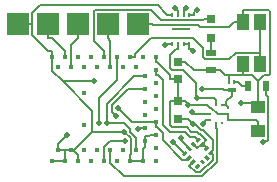
<source format=gbr>
G04 #@! TF.FileFunction,Copper,L1,Top,Signal*
%FSLAX46Y46*%
G04 Gerber Fmt 4.6, Leading zero omitted, Abs format (unit mm)*
G04 Created by KiCad (PCBNEW 4.0.7) date Monday, October 21, 2019 'PMt' 07:48:59 PM*
%MOMM*%
%LPD*%
G01*
G04 APERTURE LIST*
%ADD10C,0.100000*%
%ADD11R,0.750000X0.800000*%
%ADD12R,1.250000X1.000000*%
%ADD13R,1.905000X1.905000*%
%ADD14R,0.250000X0.275000*%
%ADD15R,0.275000X0.250000*%
%ADD16R,0.800000X0.800000*%
%ADD17R,0.900000X0.500000*%
%ADD18R,0.400000X0.400000*%
%ADD19R,0.250000X0.350000*%
%ADD20R,1.600000X0.200000*%
%ADD21R,0.250000X0.400000*%
%ADD22R,0.700000X0.400000*%
%ADD23R,0.500000X0.900000*%
%ADD24R,1.050000X1.400000*%
%ADD25C,0.508000*%
%ADD26C,0.203200*%
G04 APERTURE END LIST*
D10*
D11*
X117920000Y-115138000D03*
X117920000Y-116638000D03*
D12*
X124714000Y-115650000D03*
X124714000Y-117650000D03*
D13*
X104394000Y-108585000D03*
X106934000Y-108585000D03*
X109474000Y-108585000D03*
X112014000Y-108585000D03*
X114554000Y-108585000D03*
D14*
X121162000Y-116967500D03*
X121662000Y-116967500D03*
X121662000Y-115442500D03*
X121162000Y-115442500D03*
D15*
X122174500Y-115705000D03*
X120649500Y-115705000D03*
X122174500Y-116205000D03*
X120649500Y-116205000D03*
X122174500Y-116705000D03*
X120649500Y-116705000D03*
D16*
X120777000Y-109766000D03*
X120777000Y-108166000D03*
D17*
X120777000Y-112510000D03*
X120777000Y-111010000D03*
D18*
X110013000Y-114400000D03*
X110013000Y-117100000D03*
X115163000Y-118500000D03*
X115163000Y-117400000D03*
X115163000Y-116300000D03*
X115163000Y-115200000D03*
X115163000Y-114100000D03*
X115163000Y-113000000D03*
X116063000Y-112450000D03*
X116063000Y-113550000D03*
X116063000Y-114650000D03*
X116063000Y-115750000D03*
X116063000Y-116850000D03*
X116063000Y-117950000D03*
X116063000Y-119050000D03*
X114413000Y-112250000D03*
X113313000Y-112250000D03*
X112213000Y-112250000D03*
X111113000Y-112250000D03*
X110013000Y-112250000D03*
X108913000Y-112250000D03*
X107813000Y-112250000D03*
X107813000Y-119250000D03*
X108913000Y-119250000D03*
X110013000Y-119250000D03*
X111113000Y-119250000D03*
X112213000Y-119250000D03*
X113313000Y-119250000D03*
X114413000Y-119250000D03*
X116063000Y-120150000D03*
X116063000Y-111350000D03*
X114963000Y-120150000D03*
X114963000Y-111350000D03*
X113863000Y-120150000D03*
X113863000Y-111350000D03*
X112763000Y-120150000D03*
X112763000Y-111350000D03*
X111663000Y-120150000D03*
X111663000Y-111350000D03*
X110563000Y-120150000D03*
X110563000Y-111350000D03*
X109463000Y-120150000D03*
X109463000Y-111350000D03*
X108363000Y-120150000D03*
X108363000Y-111350000D03*
X107263000Y-120150000D03*
X107263000Y-111350000D03*
D19*
X118924000Y-110255000D03*
X118924000Y-107805000D03*
X118424000Y-110255000D03*
X118424000Y-107805000D03*
X117924000Y-110255000D03*
X117924000Y-107805000D03*
X117424000Y-110255000D03*
X117424000Y-107805000D03*
D20*
X118174000Y-109030000D03*
D10*
G36*
X120433031Y-120150467D02*
X120143117Y-119860553D01*
X120341107Y-119662563D01*
X120631021Y-119952477D01*
X120433031Y-120150467D01*
X120433031Y-120150467D01*
G37*
G36*
X120079477Y-120504021D02*
X119789563Y-120214107D01*
X119987553Y-120016117D01*
X120277467Y-120306031D01*
X120079477Y-120504021D01*
X120079477Y-120504021D01*
G37*
G36*
X119280447Y-118997883D02*
X118990533Y-118707969D01*
X119188523Y-118509979D01*
X119478437Y-118799893D01*
X119280447Y-118997883D01*
X119280447Y-118997883D01*
G37*
G36*
X118926893Y-119351437D02*
X118636979Y-119061523D01*
X118834969Y-118863533D01*
X119124883Y-119153447D01*
X118926893Y-119351437D01*
X118926893Y-119351437D01*
G37*
G36*
X119436010Y-118446340D02*
X119725924Y-118156426D01*
X119923914Y-118354416D01*
X119634000Y-118644330D01*
X119436010Y-118446340D01*
X119436010Y-118446340D01*
G37*
G36*
X118283426Y-119598924D02*
X118573340Y-119309010D01*
X118771330Y-119507000D01*
X118481416Y-119796914D01*
X118283426Y-119598924D01*
X118283426Y-119598924D01*
G37*
G36*
X119789563Y-118799893D02*
X120079477Y-118509979D01*
X120277467Y-118707969D01*
X119987553Y-118997883D01*
X119789563Y-118799893D01*
X119789563Y-118799893D01*
G37*
G36*
X118636979Y-119952477D02*
X118926893Y-119662563D01*
X119124883Y-119860553D01*
X118834969Y-120150467D01*
X118636979Y-119952477D01*
X118636979Y-119952477D01*
G37*
G36*
X120143117Y-119153447D02*
X120433031Y-118863533D01*
X120631021Y-119061523D01*
X120341107Y-119351437D01*
X120143117Y-119153447D01*
X120143117Y-119153447D01*
G37*
G36*
X118990533Y-120306031D02*
X119280447Y-120016117D01*
X119478437Y-120214107D01*
X119188523Y-120504021D01*
X118990533Y-120306031D01*
X118990533Y-120306031D01*
G37*
G36*
X120496670Y-119507000D02*
X120786584Y-119217086D01*
X120984574Y-119415076D01*
X120694660Y-119704990D01*
X120496670Y-119507000D01*
X120496670Y-119507000D01*
G37*
G36*
X119344086Y-120659584D02*
X119634000Y-120369670D01*
X119831990Y-120567660D01*
X119542076Y-120857574D01*
X119344086Y-120659584D01*
X119344086Y-120659584D01*
G37*
D11*
X117920000Y-113272000D03*
X117920000Y-111772000D03*
D21*
X122267000Y-113506000D03*
X122717000Y-113506000D03*
D22*
X122492000Y-114206000D03*
D23*
X123900000Y-113856000D03*
X125400000Y-113856000D03*
D24*
X123486000Y-108372000D03*
X123486000Y-111972000D03*
X124926000Y-108372000D03*
X124926000Y-111972000D03*
D25*
X106934000Y-108585000D03*
X109474000Y-108585000D03*
X110871000Y-113411000D03*
X108585000Y-117983000D03*
X104394000Y-108585000D03*
X113404000Y-117710400D03*
X118772900Y-115478300D03*
X116861100Y-110347900D03*
X119128800Y-116059800D03*
X112852400Y-115696600D03*
X119588400Y-114853100D03*
X114544200Y-117508800D03*
X118216900Y-118205900D03*
X117540900Y-118566100D03*
X118636800Y-107213000D03*
X120093000Y-117037000D03*
X113431300Y-118470800D03*
X112014000Y-108585000D03*
X119536200Y-107357200D03*
X112698400Y-116360800D03*
X114554000Y-108585000D03*
X123270000Y-115272800D03*
X111936900Y-116932700D03*
X119944300Y-114102800D03*
X119225600Y-110857200D03*
X119228800Y-117076400D03*
X117682500Y-107213900D03*
X111246100Y-116988100D03*
X125120800Y-118606200D03*
D26*
X107259100Y-109791800D02*
X106934000Y-109791800D01*
X108363000Y-110895700D02*
X107259100Y-109791800D01*
X108363000Y-111350000D02*
X108363000Y-110895700D01*
X106934000Y-108585000D02*
X106934000Y-109791800D01*
X108913000Y-110352800D02*
X109474000Y-109791800D01*
X108913000Y-112250000D02*
X108913000Y-110352800D01*
X109474000Y-108585000D02*
X109474000Y-109791800D01*
X108179600Y-113435400D02*
X110846600Y-113435400D01*
X110846600Y-113435400D02*
X110871000Y-113411000D01*
X107813000Y-119250000D02*
X107813000Y-118755000D01*
X107813000Y-118755000D02*
X108585000Y-117983000D01*
X120649500Y-115705000D02*
X120649500Y-115680600D01*
X121302400Y-116205000D02*
X122174500Y-116205000D01*
X120778000Y-115680600D02*
X121302400Y-116205000D01*
X120649500Y-115680600D02*
X120778000Y-115680600D01*
X107813000Y-119250000D02*
X108267300Y-119250000D01*
X113863000Y-120150000D02*
X114317300Y-120150000D01*
X114317300Y-120150000D02*
X114963000Y-120150000D01*
X114963000Y-119154300D02*
X115163000Y-118954300D01*
X114963000Y-120150000D02*
X114963000Y-119154300D01*
X115163000Y-118500000D02*
X115163000Y-118954300D01*
X115513000Y-118045700D02*
X115163000Y-118045700D01*
X115608700Y-117950000D02*
X115513000Y-118045700D01*
X116063000Y-117950000D02*
X115608700Y-117950000D01*
X115163000Y-118500000D02*
X115163000Y-118045700D01*
X108267300Y-119250000D02*
X108363000Y-119250000D01*
X108363000Y-119250000D02*
X108913000Y-119250000D01*
X119234500Y-118753900D02*
X119559300Y-119078600D01*
X120210300Y-118930700D02*
X120033500Y-118930700D01*
X120387100Y-119107500D02*
X120210300Y-118930700D01*
X119707200Y-118930700D02*
X119559300Y-119078600D01*
X120033500Y-118930700D02*
X119707200Y-118930700D01*
X108363000Y-119250000D02*
X108363000Y-120150000D01*
X107263000Y-120150000D02*
X107717300Y-120150000D01*
X108363000Y-120150000D02*
X107717300Y-120150000D01*
X117920000Y-115138000D02*
X117290700Y-115138000D01*
X120033500Y-118930700D02*
X120033500Y-118753900D01*
X120033500Y-118753900D02*
X120358300Y-118429100D01*
X117920000Y-115138000D02*
X118549300Y-115138000D01*
X108913000Y-119250000D02*
X109140200Y-119250000D01*
X109140200Y-119372900D02*
X109463000Y-119695700D01*
X109140200Y-119250000D02*
X109140200Y-119372900D01*
X109463000Y-120150000D02*
X109463000Y-119695700D01*
X122174500Y-116205000D02*
X122174500Y-116705000D01*
X124714000Y-117650000D02*
X124714000Y-116895700D01*
X124523300Y-116705000D02*
X124714000Y-116895700D01*
X122174500Y-116705000D02*
X124523300Y-116705000D01*
X118772900Y-115361600D02*
X118772900Y-115478300D01*
X118549300Y-115138000D02*
X118772900Y-115361600D01*
X120447200Y-115478300D02*
X120649500Y-115680600D01*
X118772900Y-115478300D02*
X120447200Y-115478300D01*
X113404000Y-117710400D02*
X110679800Y-117710400D01*
X110679800Y-117710400D02*
X109140200Y-119250000D01*
X107263000Y-112518800D02*
X107263000Y-111350000D01*
X110679800Y-115935600D02*
X108179600Y-113435400D01*
X108179600Y-113435400D02*
X107263000Y-112518800D01*
X110679800Y-117710400D02*
X110679800Y-115935600D01*
X105600800Y-109526100D02*
X105600800Y-108585000D01*
X106970400Y-110895700D02*
X105600800Y-109526100D01*
X107263000Y-110895700D02*
X106970400Y-110895700D01*
X107263000Y-111350000D02*
X107263000Y-110895700D01*
X104394000Y-108585000D02*
X105600800Y-108585000D01*
X105600800Y-107638600D02*
X105600800Y-108585000D01*
X106231900Y-107007500D02*
X105600800Y-107638600D01*
X116247200Y-107007500D02*
X106231900Y-107007500D01*
X117044700Y-107805000D02*
X116247200Y-107007500D01*
X117424000Y-107805000D02*
X117044700Y-107805000D01*
X116063000Y-111350000D02*
X116063000Y-111804300D01*
X117920000Y-115138000D02*
X117920000Y-113272000D01*
X116204500Y-111804300D02*
X116063000Y-111804300D01*
X117290700Y-112890500D02*
X116204500Y-111804300D01*
X117290700Y-113272000D02*
X117290700Y-112890500D01*
X117920000Y-113272000D02*
X117290700Y-113272000D01*
X117290700Y-117143300D02*
X117290700Y-115138000D01*
X117440200Y-117292800D02*
X117290700Y-117143300D01*
X118396000Y-117292800D02*
X117440200Y-117292800D01*
X118444900Y-117341700D02*
X118396000Y-117292800D01*
X118707100Y-117341700D02*
X118444900Y-117341700D01*
X119067300Y-117701900D02*
X118707100Y-117341700D01*
X119308500Y-117701900D02*
X119067300Y-117701900D01*
X119361600Y-117755000D02*
X119308500Y-117701900D01*
X119588700Y-117755000D02*
X119361600Y-117755000D01*
X119734900Y-117901200D02*
X119588700Y-117755000D01*
X119830300Y-117901200D02*
X119734900Y-117901200D01*
X120358300Y-118429100D02*
X119830300Y-117901200D01*
X113939600Y-118246000D02*
X113404000Y-117710400D01*
X113939600Y-119619100D02*
X113939600Y-118246000D01*
X113863000Y-119695700D02*
X113939600Y-119619100D01*
X113863000Y-120150000D02*
X113863000Y-119695700D01*
X118880900Y-119906500D02*
X118718500Y-120068900D01*
X116063000Y-116959800D02*
X116063000Y-117304300D01*
X116063000Y-116959800D02*
X116063000Y-116891600D01*
X117424000Y-110255000D02*
X117044700Y-110255000D01*
X118322000Y-120068900D02*
X118718500Y-120068900D01*
X116676400Y-118423300D02*
X118322000Y-120068900D01*
X116676400Y-117770200D02*
X116676400Y-118423300D01*
X116210500Y-117304300D02*
X116676400Y-117770200D01*
X116063000Y-117304300D02*
X116210500Y-117304300D01*
X119274000Y-116205000D02*
X119128800Y-116059800D01*
X120649500Y-116205000D02*
X119274000Y-116205000D01*
X116951800Y-110347900D02*
X117044700Y-110255000D01*
X116861100Y-110347900D02*
X116951800Y-110347900D01*
X116063000Y-116850000D02*
X116063000Y-116860400D01*
X116063000Y-116860400D02*
X116063000Y-116891600D01*
X114016200Y-116860400D02*
X112852400Y-115696600D01*
X116063000Y-116860400D02*
X114016200Y-116860400D01*
X117924000Y-110255000D02*
X117924000Y-110684300D01*
X121162000Y-115442500D02*
X121162000Y-115050700D01*
X120964400Y-114853100D02*
X119588400Y-114853100D01*
X121162000Y-115050700D02*
X120964400Y-114853100D01*
X119436000Y-114700700D02*
X119588400Y-114853100D01*
X119436000Y-113601600D02*
X119436000Y-114700700D01*
X118340300Y-112505900D02*
X119436000Y-113601600D01*
X117468600Y-112505900D02*
X118340300Y-112505900D01*
X117290600Y-112327900D02*
X117468600Y-112505900D01*
X117290600Y-111210400D02*
X117290600Y-112327900D01*
X117816700Y-110684300D02*
X117290600Y-111210400D01*
X117924000Y-110684300D02*
X117816700Y-110684300D01*
X115163000Y-117400000D02*
X114708700Y-117400000D01*
X114599900Y-117508800D02*
X114708700Y-117400000D01*
X114544200Y-117508800D02*
X114599900Y-117508800D01*
X118216900Y-118443500D02*
X118216900Y-118205900D01*
X118880900Y-119107500D02*
X118216900Y-118443500D01*
X117540900Y-118566500D02*
X117540900Y-118566100D01*
X118527400Y-119553000D02*
X117540900Y-118566500D01*
X120257700Y-116872300D02*
X120093000Y-117037000D01*
X120257700Y-116705000D02*
X120257700Y-116872300D01*
X120649500Y-116705000D02*
X120257700Y-116705000D01*
X118424000Y-107805000D02*
X118424000Y-107375700D01*
X118474100Y-107375700D02*
X118424000Y-107375700D01*
X118636800Y-107213000D02*
X118474100Y-107375700D01*
X111663000Y-119036400D02*
X111663000Y-120150000D01*
X112228600Y-118470800D02*
X111663000Y-119036400D01*
X113431300Y-118470800D02*
X112228600Y-118470800D01*
X112213000Y-109990800D02*
X112014000Y-109791800D01*
X112213000Y-112250000D02*
X112213000Y-109990800D01*
X112014000Y-108585000D02*
X112014000Y-109791800D01*
X121282600Y-117479900D02*
X121162000Y-117359300D01*
X121282600Y-120228900D02*
X121282600Y-117479900D01*
X120022700Y-121488800D02*
X121282600Y-120228900D01*
X113340800Y-121488800D02*
X120022700Y-121488800D01*
X112213000Y-120361000D02*
X113340800Y-121488800D01*
X112213000Y-119250000D02*
X112213000Y-120361000D01*
X121162000Y-116967500D02*
X121162000Y-117359300D01*
X115163000Y-114100000D02*
X114708700Y-114100000D01*
X118924000Y-107805000D02*
X119303300Y-107805000D01*
X113688700Y-114100000D02*
X114708700Y-114100000D01*
X112344000Y-115444700D02*
X113688700Y-114100000D01*
X112344000Y-116006400D02*
X112344000Y-115444700D01*
X112698400Y-116360800D02*
X112344000Y-116006400D01*
X119303300Y-107590100D02*
X119536200Y-107357200D01*
X119303300Y-107805000D02*
X119303300Y-107590100D01*
X114413000Y-119250000D02*
X114413000Y-118795700D01*
X115163000Y-113000000D02*
X114708700Y-113000000D01*
X119287300Y-112510000D02*
X118549300Y-111772000D01*
X120777000Y-112510000D02*
X119287300Y-112510000D01*
X117920000Y-111772000D02*
X118549300Y-111772000D01*
X123486000Y-111972000D02*
X123486000Y-112926300D01*
X122267000Y-113506000D02*
X122267000Y-113051700D01*
X120777000Y-112510000D02*
X121481300Y-112510000D01*
X122267000Y-112926300D02*
X122267000Y-113051700D01*
X123486000Y-112926300D02*
X122267000Y-112926300D01*
X121897600Y-112926300D02*
X121481300Y-112510000D01*
X122267000Y-112926300D02*
X121897600Y-112926300D01*
X124714000Y-115650000D02*
X124714000Y-115272800D01*
X124714000Y-115272800D02*
X124714000Y-114895700D01*
X124714000Y-115272800D02*
X123270000Y-115272800D01*
X124714000Y-114895700D02*
X124714000Y-113411300D01*
X124229000Y-112926300D02*
X123486000Y-112926300D01*
X124714000Y-113411300D02*
X124229000Y-112926300D01*
X114554000Y-108585000D02*
X115760800Y-108585000D01*
X115834500Y-108658700D02*
X115760800Y-108585000D01*
X119685100Y-108658700D02*
X115834500Y-108658700D01*
X119846800Y-108820400D02*
X119685100Y-108658700D01*
X122258300Y-108820400D02*
X119846800Y-108820400D01*
X122706700Y-108372000D02*
X122258300Y-108820400D01*
X125602100Y-107417700D02*
X123486000Y-107417700D01*
X125705400Y-107521000D02*
X125602100Y-107417700D01*
X125705400Y-112847500D02*
X125705400Y-107521000D01*
X125626500Y-112926400D02*
X125705400Y-112847500D01*
X125198900Y-112926400D02*
X125626500Y-112926400D01*
X124714000Y-113411300D02*
X125198900Y-112926400D01*
X123486000Y-108372000D02*
X123486000Y-107417700D01*
X123486000Y-108372000D02*
X122706700Y-108372000D01*
X113393700Y-116932700D02*
X111936900Y-116932700D01*
X113912300Y-117451300D02*
X113393700Y-116932700D01*
X113912300Y-117715200D02*
X113912300Y-117451300D01*
X114413000Y-118215900D02*
X113912300Y-117715200D01*
X114413000Y-118795700D02*
X114413000Y-118215900D01*
X111936900Y-115331300D02*
X111936900Y-116932700D01*
X114268200Y-113000000D02*
X111936900Y-115331300D01*
X114708700Y-113000000D02*
X114268200Y-113000000D01*
X120777000Y-111010000D02*
X120777000Y-109766000D01*
X120027700Y-108261000D02*
X120122700Y-108166000D01*
X116554900Y-108261000D02*
X120027700Y-108261000D01*
X115672000Y-107378100D02*
X116554900Y-108261000D01*
X110904500Y-107378100D02*
X115672000Y-107378100D01*
X110807100Y-107475500D02*
X110904500Y-107378100D01*
X110807100Y-110039800D02*
X110807100Y-107475500D01*
X111663000Y-110895700D02*
X110807100Y-110039800D01*
X111663000Y-111350000D02*
X111663000Y-110895700D01*
X120777000Y-108166000D02*
X120122700Y-108166000D01*
X116290100Y-112904300D02*
X116063000Y-112904300D01*
X116708600Y-113322800D02*
X116290100Y-112904300D01*
X116708600Y-117120200D02*
X116708600Y-113322800D01*
X117286000Y-117697600D02*
X116708600Y-117120200D01*
X118537100Y-117697600D02*
X117286000Y-117697600D01*
X118961100Y-118121600D02*
X118537100Y-117697600D01*
X119401100Y-118121600D02*
X118961100Y-118121600D01*
X119401200Y-118121500D02*
X119401100Y-118121600D01*
X119680000Y-118400400D02*
X119401200Y-118121500D01*
X116063000Y-112450000D02*
X116063000Y-112904300D01*
X121662000Y-115442500D02*
X122041300Y-115442500D01*
X122174500Y-115575700D02*
X122041300Y-115442500D01*
X122174500Y-115705000D02*
X122174500Y-115575700D01*
X118424000Y-110255000D02*
X118803300Y-110255000D01*
X118924000Y-110255000D02*
X118803300Y-110255000D01*
X119234500Y-120260100D02*
X118909800Y-120584800D01*
X119445400Y-121120500D02*
X118909800Y-120584800D01*
X119839200Y-121120500D02*
X119445400Y-121120500D01*
X120890000Y-120069700D02*
X119839200Y-121120500D01*
X120890000Y-119610400D02*
X120890000Y-120069700D01*
X120864100Y-119584500D02*
X120890000Y-119610400D01*
X122041300Y-115111000D02*
X122041300Y-115442500D01*
X122492000Y-114660300D02*
X122041300Y-115111000D01*
X122492000Y-114206000D02*
X122492000Y-114660300D01*
X122492000Y-114206000D02*
X121887700Y-114206000D01*
X118924000Y-110255000D02*
X118924000Y-110684300D01*
X119052700Y-110684300D02*
X119225600Y-110857200D01*
X118924000Y-110684300D02*
X119052700Y-110684300D01*
X120740600Y-119461000D02*
X120864100Y-119584500D01*
X121784500Y-114102800D02*
X119944300Y-114102800D01*
X121887700Y-114206000D02*
X121784500Y-114102800D01*
X118790400Y-116638000D02*
X119228800Y-117076400D01*
X117920000Y-116638000D02*
X118790400Y-116638000D01*
X120926600Y-119275000D02*
X120740600Y-119461000D01*
X120926600Y-118420100D02*
X120926600Y-119275000D01*
X120051800Y-117545300D02*
X120926600Y-118420100D01*
X119882400Y-117545300D02*
X120051800Y-117545300D01*
X119413500Y-117076400D02*
X119882400Y-117545300D01*
X119228800Y-117076400D02*
X119413500Y-117076400D01*
X117924000Y-107805000D02*
X117924000Y-107375700D01*
X117844300Y-107375700D02*
X117924000Y-107375700D01*
X117682500Y-107213900D02*
X117844300Y-107375700D01*
X123096300Y-113556600D02*
X123395700Y-113856000D01*
X123096300Y-113506000D02*
X123096300Y-113556600D01*
X123900000Y-113856000D02*
X123395700Y-113856000D01*
X122717000Y-113506000D02*
X123096300Y-113506000D01*
X125593400Y-114753700D02*
X125400000Y-114560300D01*
X125593400Y-118370000D02*
X125593400Y-114753700D01*
X125357200Y-118606200D02*
X125593400Y-118370000D01*
X125120800Y-118606200D02*
X125357200Y-118606200D01*
X125400000Y-113856000D02*
X125400000Y-114560300D01*
X111246100Y-114836800D02*
X111246100Y-116988100D01*
X112763000Y-113319900D02*
X111246100Y-114836800D01*
X112763000Y-111350000D02*
X112763000Y-113319900D01*
X113863000Y-111350000D02*
X114317300Y-111350000D01*
X114317300Y-111122800D02*
X114317300Y-111350000D01*
X115641400Y-109798700D02*
X114317300Y-111122800D01*
X119190900Y-109798700D02*
X115641400Y-109798700D01*
X120037500Y-110645300D02*
X119190900Y-109798700D01*
X120037500Y-111334400D02*
X120037500Y-110645300D01*
X120250700Y-111547600D02*
X120037500Y-111334400D01*
X122297000Y-111547600D02*
X120250700Y-111547600D01*
X122828900Y-111015700D02*
X122297000Y-111547600D01*
X124926000Y-111015700D02*
X122828900Y-111015700D01*
X124926000Y-111972000D02*
X124926000Y-111015700D01*
X124926000Y-111015700D02*
X124926000Y-108372000D01*
M02*

</source>
